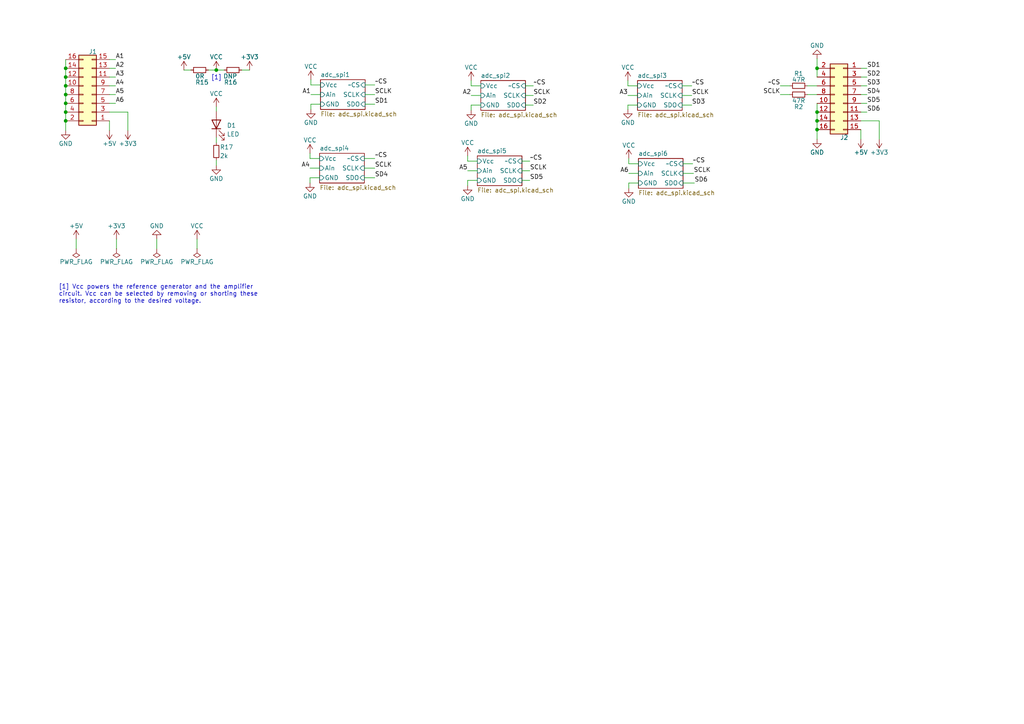
<source format=kicad_sch>
(kicad_sch (version 20211123) (generator eeschema)
  (paper "A4")
  (lib_symbols
    (symbol "Connector_Generic:Conn_02x08_Odd_Even" (pin_names (offset 1.016) hide)
      (property "Reference" "J" (at 1.27 10.16 0))
      (property "Value" "Conn_02x08_Odd_Even" (at 1.27 -12.7 0))
      (symbol "Conn_02x08_Odd_Even_1_1"
        (rectangle (start -1.27 -10.033) (end 0 -10.287) (stroke (width 0.1524)))
        (rectangle (start -1.27 -7.493) (end 0 -7.747) (stroke (width 0.1524)))
        (rectangle (start -1.27 -4.953) (end 0 -5.207) (stroke (width 0.1524)))
        (rectangle (start -1.27 -2.413) (end 0 -2.667) (stroke (width 0.1524)))
        (rectangle (start -1.27 0.127) (end 0 -0.127) (stroke (width 0.1524)))
        (rectangle (start -1.27 2.667) (end 0 2.413) (stroke (width 0.1524)))
        (rectangle (start -1.27 5.207) (end 0 4.953) (stroke (width 0.1524)))
        (rectangle (start -1.27 7.747) (end 0 7.493) (stroke (width 0.1524)))
        (rectangle (start -1.27 8.89) (end 3.81 -11.43) (stroke (width 0.254)) (fill (type background)))
        (rectangle (start 3.81 -10.033) (end 2.54 -10.287) (stroke (width 0.1524)))
        (rectangle (start 3.81 -7.493) (end 2.54 -7.747) (stroke (width 0.1524)))
        (rectangle (start 3.81 -4.953) (end 2.54 -5.207) (stroke (width 0.1524)))
        (rectangle (start 3.81 -2.413) (end 2.54 -2.667) (stroke (width 0.1524)))
        (rectangle (start 3.81 0.127) (end 2.54 -0.127) (stroke (width 0.1524)))
        (rectangle (start 3.81 2.667) (end 2.54 2.413) (stroke (width 0.1524)))
        (rectangle (start 3.81 5.207) (end 2.54 4.953) (stroke (width 0.1524)))
        (rectangle (start 3.81 7.747) (end 2.54 7.493) (stroke (width 0.1524)))
        (pin passive line (at -5.08 7.62 0) (length 3.81) (name "Pin_1") (number "1"))
        (pin passive line (at 7.62 -2.54 180) (length 3.81) (name "Pin_10") (number "10"))
        (pin passive line (at -5.08 -5.08 0) (length 3.81) (name "Pin_11") (number "11"))
        (pin passive line (at 7.62 -5.08 180) (length 3.81) (name "Pin_12") (number "12"))
        (pin passive line (at -5.08 -7.62 0) (length 3.81) (name "Pin_13") (number "13"))
        (pin passive line (at 7.62 -7.62 180) (length 3.81) (name "Pin_14") (number "14"))
        (pin passive line (at -5.08 -10.16 0) (length 3.81) (name "Pin_15") (number "15"))
        (pin passive line (at 7.62 -10.16 180) (length 3.81) (name "Pin_16") (number "16"))
        (pin passive line (at 7.62 7.62 180) (length 3.81) (name "Pin_2") (number "2"))
        (pin passive line (at -5.08 5.08 0) (length 3.81) (name "Pin_3") (number "3"))
        (pin passive line (at 7.62 5.08 180) (length 3.81) (name "Pin_4") (number "4"))
        (pin passive line (at -5.08 2.54 0) (length 3.81) (name "Pin_5") (number "5"))
        (pin passive line (at 7.62 2.54 180) (length 3.81) (name "Pin_6") (number "6"))
        (pin passive line (at -5.08 0 0) (length 3.81) (name "Pin_7") (number "7"))
        (pin passive line (at 7.62 0 180) (length 3.81) (name "Pin_8") (number "8"))
        (pin passive line (at -5.08 -2.54 0) (length 3.81) (name "Pin_9") (number "9"))
      )
    )
    (symbol "Device:LED" (pin_numbers hide) (pin_names (offset 1.016) hide)
      (property "Reference" "D" (at 0 2.54 0))
      (property "Value" "LED" (at 0 -2.54 0))
      (symbol "LED_0_1"
        (polyline (pts (xy -1.27 -1.27) (xy -1.27 1.27)) (stroke (width 0.254)))
        (polyline (pts (xy -1.27 0) (xy 1.27 0)))
        (polyline (pts (xy 1.27 -1.27) (xy 1.27 1.27) (xy -1.27 0) (xy 1.27 -1.27)) (stroke (width 0.254)))
        (polyline (pts (xy -3.048 -0.762) (xy -4.572 -2.286) (xy -3.81 -2.286) (xy -4.572 -2.286) (xy -4.572 -1.524)))
        (polyline (pts (xy -1.778 -0.762) (xy -3.302 -2.286) (xy -2.54 -2.286) (xy -3.302 -2.286) (xy -3.302 -1.524)))
      )
      (symbol "LED_1_1"
        (pin passive line (at -3.81 0 0) (length 2.54) (name "K") (number "1"))
        (pin passive line (at 3.81 0 180) (length 2.54) (name "A") (number "2"))
      )
    )
    (symbol "Device:R_Small" (pin_numbers hide) (pin_names (offset 0.254) hide)
      (property "Reference" "R" (at 0.762 0.508 0))
      (property "Value" "R_Small" (at 0.762 -1.016 0))
      (symbol "R_Small_0_1"
        (rectangle (start -0.762 1.778) (end 0.762 -1.778) (stroke (width 0.2032)))
      )
      (symbol "R_Small_1_1"
        (pin passive line (at 0 2.54 270) (length 0.762) (name "~") (number "1"))
        (pin passive line (at 0 -2.54 90) (length 0.762) (name "~") (number "2"))
      )
    )
    (symbol "power:+3V3" (power) (pin_names (offset 0))
      (property "Value" "+3V3" (at 0 3.556 0))
      (symbol "+3V3_0_1"
        (polyline (pts (xy -0.762 1.27) (xy 0 2.54)))
        (polyline (pts (xy 0 0) (xy 0 2.54)))
        (polyline (pts (xy 0 2.54) (xy 0.762 1.27)))
      )
      (symbol "+3V3_1_1"
        (pin power_in line (at 0 0 90) (length 0) hide (name "+3V3") (number "1"))
      )
    )
    (symbol "power:+5V" (power) (pin_names (offset 0))
      (property "Value" "+5V" (at 0 3.556 0))
      (symbol "+5V_0_1"
        (polyline (pts (xy -0.762 1.27) (xy 0 2.54)))
        (polyline (pts (xy 0 0) (xy 0 2.54)))
        (polyline (pts (xy 0 2.54) (xy 0.762 1.27)))
      )
      (symbol "+5V_1_1"
        (pin power_in line (at 0 0 90) (length 0) hide (name "+5V") (number "1"))
      )
    )
    (symbol "power:GND" (power) (pin_names (offset 0))
      (property "Value" "GND" (at 0 -3.81 0))
      (symbol "GND_0_1"
        (polyline (pts (xy 0 0) (xy 0 -1.27) (xy 1.27 -1.27) (xy 0 -2.54) (xy -1.27 -1.27) (xy 0 -1.27)))
      )
      (symbol "GND_1_1"
        (pin power_in line (at 0 0 270) (length 0) hide (name "GND") (number "1"))
      )
    )
    (symbol "power:PWR_FLAG" (power) (pin_numbers hide) (pin_names (offset 0) hide)
      (property "Value" "PWR_FLAG" (at 0 3.81 0))
      (symbol "PWR_FLAG_0_0"
        (pin power_out line (at 0 0 90) (length 0) (name "pwr") (number "1"))
      )
      (symbol "PWR_FLAG_0_1"
        (polyline (pts (xy 0 0) (xy 0 1.27) (xy -1.016 1.905) (xy 0 2.54) (xy 1.016 1.905) (xy 0 1.27)))
      )
    )
    (symbol "power:VCC" (power) (pin_names (offset 0))
      (property "Value" "VCC" (at 0 3.81 0))
      (symbol "VCC_0_1"
        (polyline (pts (xy -0.762 1.27) (xy 0 2.54)))
        (polyline (pts (xy 0 0) (xy 0 2.54)))
        (polyline (pts (xy 0 2.54) (xy 0.762 1.27)))
      )
      (symbol "VCC_1_1"
        (pin power_in line (at 0 0 90) (length 0) hide (name "VCC") (number "1"))
      )
    )
  )
  (junction (at 19.05 22.352))
  (junction (at 19.05 32.512))
  (junction (at 19.05 19.812))
  (junction (at 19.05 29.972))
  (junction (at 236.982 35.052))
  (junction (at 62.738 20.32))
  (junction (at 236.982 19.812))
  (junction (at 19.05 27.432))
  (junction (at 19.05 24.892))
  (junction (at 19.05 35.052))
  (junction (at 236.982 37.592))
  (junction (at 236.982 32.512))
  (wire (pts (xy 92.964 24.638) (xy 90.17 24.638)))
  (wire (pts (xy 62.738 20.32) (xy 65.024 20.32)))
  (wire (pts (xy 197.866 27.686) (xy 200.66 27.686)))
  (wire (pts (xy 89.916 51.562) (xy 89.916 53.086)))
  (wire (pts (xy 92.71 45.974) (xy 89.916 45.974)))
  (wire (pts (xy 37.084 32.512) (xy 37.084 37.846)))
  (wire (pts (xy 249.682 22.352) (xy 251.46 22.352)))
  (wire (pts (xy 236.982 37.592) (xy 236.982 40.386)))
  (wire (pts (xy 226.314 24.892) (xy 229.108 24.892)))
  (wire (pts (xy 19.05 35.052) (xy 19.05 37.846)))
  (wire (pts (xy 182.118 27.686) (xy 184.912 27.686)))
  (wire (pts (xy 182.118 23.368) (xy 182.118 24.892)))
  (wire (pts (xy 182.372 50.292) (xy 185.166 50.292)))
  (wire (pts (xy 136.652 24.892) (xy 139.446 24.892)))
  (wire (pts (xy 92.964 30.226) (xy 90.17 30.226)))
  (wire (pts (xy 31.75 17.272) (xy 33.528 17.272)))
  (wire (pts (xy 31.75 19.812) (xy 33.528 19.812)))
  (wire (pts (xy 236.982 35.052) (xy 236.982 37.592)))
  (wire (pts (xy 19.05 17.272) (xy 19.05 19.812)))
  (wire (pts (xy 135.636 52.324) (xy 138.43 52.324)))
  (wire (pts (xy 197.866 30.48) (xy 200.66 30.48)))
  (wire (pts (xy 90.17 30.226) (xy 90.17 31.75)))
  (wire (pts (xy 136.652 30.48) (xy 136.652 32.004)))
  (wire (pts (xy 234.188 24.892) (xy 236.982 24.892)))
  (wire (pts (xy 45.466 69.342) (xy 45.466 72.136)))
  (wire (pts (xy 236.982 17.018) (xy 236.982 19.812)))
  (wire (pts (xy 182.372 47.498) (xy 185.166 47.498)))
  (wire (pts (xy 90.17 24.638) (xy 90.17 23.114)))
  (wire (pts (xy 152.4 24.892) (xy 154.686 24.892)))
  (wire (pts (xy 234.188 27.432) (xy 236.982 27.432)))
  (wire (pts (xy 19.05 24.892) (xy 19.05 27.432)))
  (wire (pts (xy 90.17 27.432) (xy 92.964 27.432)))
  (wire (pts (xy 152.4 27.686) (xy 154.686 27.686)))
  (wire (pts (xy 70.104 20.32) (xy 72.39 20.32)))
  (wire (pts (xy 31.75 27.432) (xy 33.528 27.432)))
  (wire (pts (xy 249.682 24.892) (xy 251.46 24.892)))
  (wire (pts (xy 135.636 46.736) (xy 138.43 46.736)))
  (wire (pts (xy 249.682 32.512) (xy 251.46 32.512)))
  (wire (pts (xy 151.384 52.324) (xy 153.67 52.324)))
  (wire (pts (xy 19.05 19.812) (xy 19.05 22.352)))
  (wire (pts (xy 198.12 47.498) (xy 200.914 47.498)))
  (wire (pts (xy 105.918 27.432) (xy 108.712 27.432)))
  (wire (pts (xy 135.636 49.53) (xy 138.43 49.53)))
  (wire (pts (xy 182.118 31.75) (xy 182.118 30.48)))
  (wire (pts (xy 105.664 48.768) (xy 108.712 48.768)))
  (wire (pts (xy 31.75 35.052) (xy 31.75 37.846)))
  (wire (pts (xy 62.738 39.878) (xy 62.738 41.402)))
  (wire (pts (xy 135.636 53.848) (xy 135.636 52.324)))
  (wire (pts (xy 226.314 27.432) (xy 229.108 27.432)))
  (wire (pts (xy 139.446 30.48) (xy 136.652 30.48)))
  (wire (pts (xy 182.372 45.974) (xy 182.372 47.498)))
  (wire (pts (xy 62.738 30.988) (xy 62.738 32.258)))
  (wire (pts (xy 19.05 32.512) (xy 19.05 35.052)))
  (wire (pts (xy 249.682 19.812) (xy 251.46 19.812)))
  (wire (pts (xy 89.916 48.768) (xy 92.71 48.768)))
  (wire (pts (xy 182.118 24.892) (xy 184.912 24.892)))
  (wire (pts (xy 33.782 69.342) (xy 33.782 72.136)))
  (wire (pts (xy 136.652 27.686) (xy 139.446 27.686)))
  (wire (pts (xy 22.098 69.342) (xy 22.098 72.136)))
  (wire (pts (xy 92.71 51.562) (xy 89.916 51.562)))
  (wire (pts (xy 236.982 19.812) (xy 236.982 22.352)))
  (wire (pts (xy 151.384 46.736) (xy 153.67 46.736)))
  (wire (pts (xy 89.916 45.974) (xy 89.916 44.45)))
  (wire (pts (xy 197.866 24.892) (xy 200.66 24.892)))
  (wire (pts (xy 185.166 53.086) (xy 182.372 53.086)))
  (wire (pts (xy 236.982 29.972) (xy 236.982 32.512)))
  (wire (pts (xy 255.016 35.052) (xy 255.016 40.386)))
  (wire (pts (xy 136.652 23.368) (xy 136.652 24.892)))
  (wire (pts (xy 249.682 29.972) (xy 251.46 29.972)))
  (wire (pts (xy 249.682 37.592) (xy 249.682 40.386)))
  (wire (pts (xy 19.05 27.432) (xy 19.05 29.972)))
  (wire (pts (xy 31.75 32.512) (xy 37.084 32.512)))
  (wire (pts (xy 53.34 20.32) (xy 55.372 20.32)))
  (wire (pts (xy 105.918 24.638) (xy 108.712 24.638)))
  (wire (pts (xy 182.372 53.086) (xy 182.372 54.61)))
  (wire (pts (xy 105.664 51.562) (xy 108.712 51.562)))
  (wire (pts (xy 19.05 29.972) (xy 19.05 32.512)))
  (wire (pts (xy 249.682 27.432) (xy 251.46 27.432)))
  (wire (pts (xy 151.384 49.53) (xy 153.67 49.53)))
  (wire (pts (xy 105.918 30.226) (xy 108.712 30.226)))
  (wire (pts (xy 152.4 30.48) (xy 154.686 30.48)))
  (wire (pts (xy 60.452 20.32) (xy 62.738 20.32)))
  (wire (pts (xy 198.12 50.292) (xy 201.168 50.292)))
  (wire (pts (xy 31.75 24.892) (xy 33.528 24.892)))
  (wire (pts (xy 182.118 30.48) (xy 184.912 30.48)))
  (wire (pts (xy 19.05 22.352) (xy 19.05 24.892)))
  (wire (pts (xy 31.75 22.352) (xy 33.528 22.352)))
  (wire (pts (xy 135.636 45.212) (xy 135.636 46.736)))
  (wire (pts (xy 31.75 29.972) (xy 33.528 29.972)))
  (wire (pts (xy 236.982 32.512) (xy 236.982 35.052)))
  (wire (pts (xy 57.15 69.342) (xy 57.15 72.136)))
  (wire (pts (xy 105.664 45.974) (xy 108.712 45.974)))
  (wire (pts (xy 62.738 46.482) (xy 62.738 48.006)))
  (wire (pts (xy 249.682 35.052) (xy 255.016 35.052)))
  (wire (pts (xy 198.12 53.086) (xy 201.422 53.086)))
  (text "[1] Vcc powers the reference generator and the amplifier \ncircuit. Vcc can be selected by removing or shorting these\nresistor, according to the desired voltage." (at 17.018 88.138 0) (effects (font (size 1.27 1.27)) (justify left bottom)))
  (text "[1]" (at 61.214 23.368 0) (effects (font (size 1.27 1.27)) (justify left bottom)))
  (label "SCLK" (at 108.712 27.432 0))
  (label "SD4" (at 108.712 51.562 0))
  (label "SD6" (at 201.422 53.086 0))
  (label "SD3" (at 200.66 30.48 0))
  (label "SCLK" (at 201.168 50.292 0))
  (label "SCLK" (at 108.712 48.768 0))
  (label "SD4" (at 251.46 27.432 0))
  (label "SD2" (at 154.686 30.48 0))
  (label "SD2" (at 251.46 22.352 0))
  (label "A1" (at 33.528 17.272 0))
  (label "A3" (at 33.528 22.352 0))
  (label "A5" (at 33.528 27.432 0))
  (label "~CS" (at 154.686 24.892 0))
  (label "~CS" (at 153.67 46.736 0))
  (label "SD1" (at 251.46 19.812 0))
  (label "A6" (at 182.372 50.292 180))
  (label "A1" (at 90.17 27.432 180))
  (label "~CS" (at 108.712 45.974 0))
  (label "~CS" (at 226.314 24.892 180))
  (label "A2" (at 33.528 19.812 0))
  (label "SCLK" (at 154.686 27.686 0))
  (label "A4" (at 89.916 48.768 180))
  (label "A2" (at 136.652 27.686 180))
  (label "SD5" (at 251.46 29.972 0))
  (label "A6" (at 33.528 29.972 0))
  (label "A4" (at 33.528 24.892 0))
  (label "~CS" (at 108.712 24.638 0))
  (label "SD3" (at 251.46 24.892 0))
  (label "SD5" (at 153.67 52.324 0))
  (label "~CS" (at 200.914 47.498 0))
  (label "A5" (at 135.636 49.53 180))
  (label "SCLK" (at 200.66 27.686 0))
  (label "SD1" (at 108.712 30.226 0))
  (label "SD6" (at 251.46 32.512 0))
  (label "~CS" (at 200.66 24.892 0))
  (label "A3" (at 182.118 27.686 180))
  (label "SCLK" (at 226.314 27.432 180))
  (label "SCLK" (at 153.67 49.53 0))
  (symbol (lib_id "power:GND") (at 182.372 54.61 0) (unit 1)
    (property "Reference" "#PWR018" (effects hide))
    (property "Value" "GND" (at 182.372 58.42 0))
  )
  (symbol (lib_id "Device:R_Small") (at 67.564 20.32 90) (unit 1)
    (property "Reference" "R16" (at 68.834 23.876 90) (effects (justify left)))
    (property "Value" "DNP" (at 68.834 22.098 90) (effects (justify left)))
    (property "Footprint" "Resistor_SMD:R_0805_2012Metric" (effects hide))
  )
  (symbol (lib_id "power:PWR_FLAG") (at 33.782 72.136 180) (unit 1)
    (property "Reference" "#FLG02" (effects hide))
    (property "Value" "PWR_FLAG" (at 33.782 75.946 0))
  )
  (symbol (lib_id "Device:LED") (at 62.738 36.068 90) (unit 1)
    (property "Reference" "D1" (at 65.786 36.3854 90) (effects (justify right)))
    (property "Value" "LED" (at 65.786 38.9254 90) (effects (justify right)))
    (property "Footprint" "LED_SMD:LED_0805_2012Metric_Pad1.15x1.40mm_HandSolder" (effects hide))
  )
  (symbol (lib_id "power:VCC") (at 57.15 69.342 0) (unit 1)
    (property "Reference" "#PWR022" (effects hide))
    (property "Value" "VCC" (at 57.15 65.532 0))
  )
  (symbol (lib_id "power:VCC") (at 62.738 30.988 0) (unit 1)
    (property "Reference" "#PWR026" (effects hide))
    (property "Value" "VCC" (at 62.738 27.178 0))
  )
  (symbol (lib_id "power:+5V") (at 22.098 69.342 0) (unit 1)
    (property "Reference" "#PWR019" (effects hide))
    (property "Value" "+5V" (at 22.098 65.532 0))
  )
  (symbol (lib_id "power:+3V3") (at 72.39 20.32 0) (unit 1)
    (property "Reference" "#PWR025" (effects hide))
    (property "Value" "+3V3" (at 72.39 16.51 0))
  )
  (symbol (lib_id "power:GND") (at 89.916 53.086 0) (unit 1)
    (property "Reference" "#PWR016" (effects hide))
    (property "Value" "GND" (at 89.916 56.896 0))
  )
  (symbol (lib_id "power:VCC") (at 135.636 45.212 0) (unit 1)
    (property "Reference" "#PWR014" (effects hide))
    (property "Value" "VCC" (at 135.636 41.402 0))
  )
  (symbol (lib_id "Device:R_Small") (at 62.738 43.942 0) (unit 1)
    (property "Reference" "R17" (at 63.754 42.672 0) (effects (justify left)))
    (property "Value" "2k" (at 63.754 45.212 0) (effects (justify left)))
    (property "Footprint" "Resistor_SMD:R_0805_2012Metric" (effects hide))
  )
  (symbol (lib_id "power:GND") (at 19.05 37.846 0) (unit 1)
    (property "Reference" "#PWR07" (effects hide))
    (property "Value" "GND" (at 19.05 41.656 0))
  )
  (symbol (lib_id "power:PWR_FLAG") (at 57.15 72.136 180) (unit 1)
    (property "Reference" "#FLG04" (effects hide))
    (property "Value" "PWR_FLAG" (at 57.15 75.946 0))
  )
  (symbol (lib_id "Device:R_Small") (at 231.648 24.892 90) (unit 1)
    (property "Reference" "R1" (at 231.648 21.336 90))
    (property "Value" "47R" (at 231.648 23.114 90))
    (property "Footprint" "Resistor_SMD:R_0805_2012Metric_Pad1.20x1.40mm_HandSolder" (effects hide))
  )
  (symbol (lib_id "Connector_Generic:Conn_02x08_Odd_Even") (at 26.67 27.432 180) (unit 1)
    (property "Reference" "J1" (at 26.924 14.986 0))
    (property "Value" "Conn_02x08_Odd_Even" (effects hide))
    (property "Footprint" "Connector_PinHeader_2.54mm:PinHeader_2x08_P2.54mm_Horizontal" (effects hide))
  )
  (symbol (lib_id "power:VCC") (at 136.652 23.368 0) (unit 1)
    (property "Reference" "#PWR02" (effects hide))
    (property "Value" "VCC" (at 136.652 19.558 0))
  )
  (symbol (lib_id "Connector_Generic:Conn_02x08_Odd_Even") (at 244.602 27.432 0) (mirror y) (unit 1)
    (property "Reference" "J2" (at 244.856 39.878 0))
    (property "Value" "Conn_02x08_Odd_Even" (effects hide))
    (property "Footprint" "Connector_PinHeader_2.54mm:PinHeader_2x08_P2.54mm_Horizontal" (effects hide))
  )
  (symbol (lib_id "power:GND") (at 136.652 32.004 0) (unit 1)
    (property "Reference" "#PWR06" (effects hide))
    (property "Value" "GND" (at 136.652 35.814 0))
  )
  (symbol (lib_id "power:VCC") (at 62.738 20.32 0) (unit 1)
    (property "Reference" "#PWR024" (effects hide))
    (property "Value" "VCC" (at 62.738 16.51 0))
  )
  (symbol (lib_id "Device:R_Small") (at 231.648 27.432 270) (unit 1)
    (property "Reference" "R2" (at 231.648 30.988 90))
    (property "Value" "47R" (at 231.648 29.21 90))
    (property "Footprint" "Resistor_SMD:R_0805_2012Metric_Pad1.20x1.40mm_HandSolder" (effects hide))
  )
  (symbol (lib_id "power:GND") (at 90.17 31.75 0) (unit 1)
    (property "Reference" "#PWR04" (effects hide))
    (property "Value" "GND" (at 90.17 35.56 0))
  )
  (symbol (lib_id "power:VCC") (at 89.916 44.45 0) (unit 1)
    (property "Reference" "#PWR013" (effects hide))
    (property "Value" "VCC" (at 89.916 40.64 0))
  )
  (symbol (lib_id "power:+3V3") (at 37.084 37.846 180) (unit 1)
    (property "Reference" "#PWR09" (effects hide))
    (property "Value" "+3V3" (at 37.084 41.656 0))
  )
  (symbol (lib_id "power:+3V3") (at 33.782 69.342 0) (unit 1)
    (property "Reference" "#PWR020" (effects hide))
    (property "Value" "+3V3" (at 33.782 65.532 0))
  )
  (symbol (lib_id "power:GND") (at 182.118 31.75 0) (unit 1)
    (property "Reference" "#PWR05" (effects hide))
    (property "Value" "GND" (at 182.118 35.56 0))
  )
  (symbol (lib_id "power:VCC") (at 182.372 45.974 0) (unit 1)
    (property "Reference" "#PWR015" (effects hide))
    (property "Value" "VCC" (at 182.372 42.164 0))
  )
  (symbol (lib_id "power:GND") (at 236.982 40.386 0) (unit 1)
    (property "Reference" "#PWR010" (effects hide))
    (property "Value" "GND" (at 236.982 44.196 0))
  )
  (symbol (lib_id "power:+3V3") (at 255.016 40.386 180) (unit 1)
    (property "Reference" "#PWR012" (effects hide))
    (property "Value" "+3V3" (at 255.016 44.196 0))
  )
  (symbol (lib_id "Device:R_Small") (at 57.912 20.32 270) (mirror x) (unit 1)
    (property "Reference" "R15" (at 56.642 23.876 90) (effects (justify left)))
    (property "Value" "0R" (at 56.642 22.098 90) (effects (justify left)))
    (property "Footprint" "Resistor_SMD:R_0805_2012Metric" (effects hide))
  )
  (symbol (lib_id "power:+5V") (at 249.682 40.386 180) (unit 1)
    (property "Reference" "#PWR011" (effects hide))
    (property "Value" "+5V" (at 249.682 44.196 0))
  )
  (symbol (lib_id "power:VCC") (at 90.17 23.114 0) (unit 1)
    (property "Reference" "#PWR01" (effects hide))
    (property "Value" "VCC" (at 90.17 19.304 0))
  )
  (symbol (lib_id "power:PWR_FLAG") (at 22.098 72.136 180) (unit 1)
    (property "Reference" "#FLG01" (effects hide))
    (property "Value" "PWR_FLAG" (at 22.098 75.946 0))
  )
  (symbol (lib_id "power:GND") (at 135.636 53.848 0) (unit 1)
    (property "Reference" "#PWR017" (effects hide))
    (property "Value" "GND" (at 135.636 57.658 0))
  )
  (symbol (lib_id "power:+5V") (at 53.34 20.32 0) (unit 1)
    (property "Reference" "#PWR023" (effects hide))
    (property "Value" "+5V" (at 53.34 16.51 0))
  )
  (symbol (lib_id "power:+5V") (at 31.75 37.846 180) (unit 1)
    (property "Reference" "#PWR08" (effects hide))
    (property "Value" "+5V" (at 31.75 41.656 0))
  )
  (symbol (lib_id "power:VCC") (at 182.118 23.368 0) (unit 1)
    (property "Reference" "#PWR03" (effects hide))
    (property "Value" "VCC" (at 182.118 19.558 0))
  )
  (symbol (lib_id "power:GND") (at 62.738 48.006 0) (unit 1)
    (property "Reference" "#PWR027" (effects hide))
    (property "Value" "GND" (at 62.738 51.816 0))
  )
  (symbol (lib_id "power:PWR_FLAG") (at 45.466 72.136 180) (unit 1)
    (property "Reference" "#FLG03" (effects hide))
    (property "Value" "PWR_FLAG" (at 45.466 75.946 0))
  )
  (symbol (lib_id "power:GND") (at 236.982 17.018 180) (unit 1)
    (property "Reference" "#PWR0101" (effects hide))
    (property "Value" "GND" (at 236.982 13.208 0))
  )
  (symbol (lib_id "power:GND") (at 45.466 69.342 180) (unit 1)
    (property "Reference" "#PWR021" (effects hide))
    (property "Value" "GND" (at 45.466 65.532 0))
  )
  (sheet (at 185.166 45.974) (size 12.954 8.636) (stroke (width 0.1524))
    (property "Sheet name" "adc_spi6" (at 185.166 45.2624 0) (effects (justify left bottom)))
    (property "Sheet file" "adc_spi.kicad_sch" (at 185.166 55.1946 0) (effects (justify left top)))
    (pin "GND" input (at 185.166 53.086 180))
    (pin "SDO" input (at 198.12 53.086 0))
    (pin "SCLK" input (at 198.12 50.292 0))
    (pin "Ain" input (at 185.166 50.292 180))
    (pin "~CS" input (at 198.12 47.498 0))
    (pin "Vcc" input (at 185.166 47.498 180))
  )
  (sheet (at 138.43 45.212) (size 12.954 8.636) (stroke (width 0.1524))
    (property "Sheet name" "adc_spi5" (at 138.43 44.5004 0) (effects (justify left bottom)))
    (property "Sheet file" "adc_spi.kicad_sch" (at 138.43 54.4326 0) (effects (justify left top)))
    (pin "GND" input (at 138.43 52.324 180))
    (pin "SDO" input (at 151.384 52.324 0))
    (pin "SCLK" input (at 151.384 49.53 0))
    (pin "Ain" input (at 138.43 49.53 180))
    (pin "~CS" input (at 151.384 46.736 0))
    (pin "Vcc" input (at 138.43 46.736 180))
  )
  (sheet (at 92.71 44.45) (size 12.954 8.636) (stroke (width 0.1524))
    (property "Sheet name" "adc_spi4" (at 92.71 43.7384 0) (effects (justify left bottom)))
    (property "Sheet file" "adc_spi.kicad_sch" (at 92.71 53.6706 0) (effects (justify left top)))
    (pin "GND" input (at 92.71 51.562 180))
    (pin "SDO" input (at 105.664 51.562 0))
    (pin "SCLK" input (at 105.664 48.768 0))
    (pin "Ain" input (at 92.71 48.768 180))
    (pin "~CS" input (at 105.664 45.974 0))
    (pin "Vcc" input (at 92.71 45.974 180))
  )
  (sheet (at 184.912 23.368) (size 12.954 8.636) (stroke (width 0.1524))
    (property "Sheet name" "adc_spi3" (at 184.912 22.6564 0) (effects (justify left bottom)))
    (property "Sheet file" "adc_spi.kicad_sch" (at 184.912 32.5886 0) (effects (justify left top)))
    (pin "GND" input (at 184.912 30.48 180))
    (pin "SDO" input (at 197.866 30.48 0))
    (pin "SCLK" input (at 197.866 27.686 0))
    (pin "Ain" input (at 184.912 27.686 180))
    (pin "~CS" input (at 197.866 24.892 0))
    (pin "Vcc" input (at 184.912 24.892 180))
  )
  (sheet (at 92.964 23.114) (size 12.954 8.636) (stroke (width 0.1524))
    (property "Sheet name" "adc_spi1" (at 92.964 22.4024 0) (effects (justify left bottom)))
    (property "Sheet file" "adc_spi.kicad_sch" (at 92.964 32.3346 0) (effects (justify left top)))
    (pin "GND" input (at 92.964 30.226 180))
    (pin "SDO" input (at 105.918 30.226 0))
    (pin "SCLK" input (at 105.918 27.432 0))
    (pin "Ain" input (at 92.964 27.432 180))
    (pin "~CS" input (at 105.918 24.638 0))
    (pin "Vcc" input (at 92.964 24.638 180))
  )
  (sheet (at 139.446 23.368) (size 12.954 8.636) (stroke (width 0.1524))
    (property "Sheet name" "adc_spi2" (at 139.446 22.6564 0) (effects (justify left bottom)))
    (property "Sheet file" "adc_spi.kicad_sch" (at 139.446 32.5886 0) (effects (justify left top)))
    (pin "GND" input (at 139.446 30.48 180))
    (pin "SDO" input (at 152.4 30.48 0))
    (pin "SCLK" input (at 152.4 27.686 0))
    (pin "Ain" input (at 139.446 27.686 180))
    (pin "~CS" input (at 152.4 24.892 0))
    (pin "Vcc" input (at 139.446 24.892 180))
  )
)
</source>
